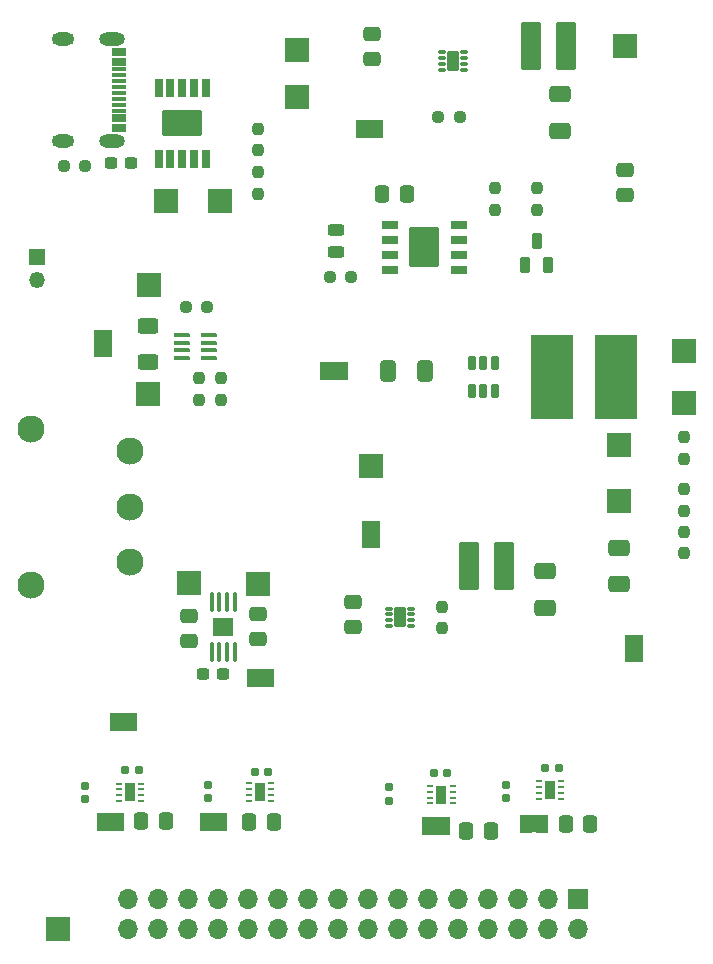
<source format=gbr>
%TF.GenerationSoftware,KiCad,Pcbnew,9.0.0*%
%TF.CreationDate,2025-03-27T21:26:44+02:00*%
%TF.ProjectId,EEE3088F Project,45454533-3038-4384-9620-50726f6a6563,rev?*%
%TF.SameCoordinates,Original*%
%TF.FileFunction,Soldermask,Top*%
%TF.FilePolarity,Negative*%
%FSLAX46Y46*%
G04 Gerber Fmt 4.6, Leading zero omitted, Abs format (unit mm)*
G04 Created by KiCad (PCBNEW 9.0.0) date 2025-03-27 21:26:44*
%MOMM*%
%LPD*%
G01*
G04 APERTURE LIST*
G04 Aperture macros list*
%AMRoundRect*
0 Rectangle with rounded corners*
0 $1 Rounding radius*
0 $2 $3 $4 $5 $6 $7 $8 $9 X,Y pos of 4 corners*
0 Add a 4 corners polygon primitive as box body*
4,1,4,$2,$3,$4,$5,$6,$7,$8,$9,$2,$3,0*
0 Add four circle primitives for the rounded corners*
1,1,$1+$1,$2,$3*
1,1,$1+$1,$4,$5*
1,1,$1+$1,$6,$7*
1,1,$1+$1,$8,$9*
0 Add four rect primitives between the rounded corners*
20,1,$1+$1,$2,$3,$4,$5,0*
20,1,$1+$1,$4,$5,$6,$7,0*
20,1,$1+$1,$6,$7,$8,$9,0*
20,1,$1+$1,$8,$9,$2,$3,0*%
G04 Aperture macros list end*
%ADD10O,2.201600X1.101600*%
%ADD11O,1.901600X1.101600*%
%ADD12RoundRect,0.050800X-0.575000X0.300000X-0.575000X-0.300000X0.575000X-0.300000X0.575000X0.300000X0*%
%ADD13RoundRect,0.050800X-0.575000X0.150000X-0.575000X-0.150000X0.575000X-0.150000X0.575000X0.150000X0*%
%ADD14RoundRect,0.100000X-0.562500X-0.100000X0.562500X-0.100000X0.562500X0.100000X-0.562500X0.100000X0*%
%ADD15RoundRect,0.050800X-0.350000X0.625000X-0.350000X-0.625000X0.350000X-0.625000X0.350000X0.625000X0*%
%ADD16RoundRect,0.237500X-0.237500X0.250000X-0.237500X-0.250000X0.237500X-0.250000X0.237500X0.250000X0*%
%ADD17R,1.500000X1.000000*%
%ADD18O,0.364000X1.662000*%
%ADD19R,1.800000X1.500000*%
%ADD20RoundRect,0.250000X0.475000X-0.337500X0.475000X0.337500X-0.475000X0.337500X-0.475000X-0.337500X0*%
%ADD21RoundRect,0.250000X-0.412500X-0.650000X0.412500X-0.650000X0.412500X0.650000X-0.412500X0.650000X0*%
%ADD22RoundRect,0.250000X-0.475000X0.337500X-0.475000X-0.337500X0.475000X-0.337500X0.475000X0.337500X0*%
%ADD23RoundRect,0.250000X0.337500X0.475000X-0.337500X0.475000X-0.337500X-0.475000X0.337500X-0.475000X0*%
%ADD24RoundRect,0.250000X0.650000X-0.412500X0.650000X0.412500X-0.650000X0.412500X-0.650000X-0.412500X0*%
%ADD25R,2.000000X2.000000*%
%ADD26RoundRect,0.050000X-0.260500X-0.125000X0.260500X-0.125000X0.260500X0.125000X-0.260500X0.125000X0*%
%ADD27RoundRect,0.050000X-0.450000X-0.800000X0.450000X-0.800000X0.450000X0.800000X-0.450000X0.800000X0*%
%ADD28RoundRect,0.250000X-0.337500X-0.475000X0.337500X-0.475000X0.337500X0.475000X-0.337500X0.475000X0*%
%ADD29R,1.000000X1.500000*%
%ADD30RoundRect,0.155000X-0.212500X-0.155000X0.212500X-0.155000X0.212500X0.155000X-0.212500X0.155000X0*%
%ADD31RoundRect,0.237500X0.237500X-0.250000X0.237500X0.250000X-0.237500X0.250000X-0.237500X-0.250000X0*%
%ADD32RoundRect,0.062500X-0.187500X-0.062500X0.187500X-0.062500X0.187500X0.062500X-0.187500X0.062500X0*%
%ADD33R,0.900000X1.600000*%
%ADD34RoundRect,0.250000X0.625000X-0.400000X0.625000X0.400000X-0.625000X0.400000X-0.625000X-0.400000X0*%
%ADD35RoundRect,0.050800X-0.800000X-1.950000X0.800000X-1.950000X0.800000X1.950000X-0.800000X1.950000X0*%
%ADD36R,1.350000X1.350000*%
%ADD37O,1.350000X1.350000*%
%ADD38C,2.300000*%
%ADD39RoundRect,0.237500X0.250000X0.237500X-0.250000X0.237500X-0.250000X-0.237500X0.250000X-0.237500X0*%
%ADD40RoundRect,0.250000X-0.650000X0.412500X-0.650000X-0.412500X0.650000X-0.412500X0.650000X0.412500X0*%
%ADD41RoundRect,0.050000X0.300000X-0.750000X0.300000X0.750000X-0.300000X0.750000X-0.300000X-0.750000X0*%
%ADD42RoundRect,0.050000X1.650000X1.050000X-1.650000X1.050000X-1.650000X-1.050000X1.650000X-1.050000X0*%
%ADD43RoundRect,0.050800X0.266000X0.536000X-0.266000X0.536000X-0.266000X-0.536000X0.266000X-0.536000X0*%
%ADD44RoundRect,0.050800X-1.000000X1.000000X-1.000000X-1.000000X1.000000X-1.000000X1.000000X1.000000X0*%
%ADD45RoundRect,0.050800X-1.750000X-3.500000X1.750000X-3.500000X1.750000X3.500000X-1.750000X3.500000X0*%
%ADD46RoundRect,0.050800X0.600000X-0.300000X0.600000X0.300000X-0.600000X0.300000X-0.600000X-0.300000X0*%
%ADD47RoundRect,0.050800X-1.200000X1.650000X-1.200000X-1.650000X1.200000X-1.650000X1.200000X1.650000X0*%
%ADD48RoundRect,0.243750X0.456250X-0.243750X0.456250X0.243750X-0.456250X0.243750X-0.456250X-0.243750X0*%
%ADD49RoundRect,0.155000X-0.155000X0.212500X-0.155000X-0.212500X0.155000X-0.212500X0.155000X0.212500X0*%
%ADD50RoundRect,0.237500X0.300000X0.237500X-0.300000X0.237500X-0.300000X-0.237500X0.300000X-0.237500X0*%
%ADD51RoundRect,0.237500X-0.250000X-0.237500X0.250000X-0.237500X0.250000X0.237500X-0.250000X0.237500X0*%
%ADD52R,1.700000X1.700000*%
%ADD53O,1.700000X1.700000*%
G04 APERTURE END LIST*
%TO.C,CurrSenseJP1*%
G36*
X156050000Y-72300000D02*
G01*
X157550000Y-72300000D01*
X157550000Y-72000000D01*
X156050000Y-72000000D01*
X156050000Y-72300000D01*
G37*
%TO.C,ExtLoadJP1*%
G36*
X170300000Y-101250000D02*
G01*
X170000000Y-101250000D01*
X170000000Y-99750000D01*
X170300000Y-99750000D01*
X170300000Y-101250000D01*
G37*
%TO.C,BCM3_JP1*%
G36*
X166000000Y-111950000D02*
G01*
X166300000Y-111950000D01*
X166300000Y-113450000D01*
X166000000Y-113450000D01*
X166000000Y-111950000D01*
G37*
%TO.C,JP10*%
G36*
X193150000Y-112050000D02*
G01*
X193450000Y-112050000D01*
X193450000Y-113550000D01*
X193150000Y-113550000D01*
X193150000Y-112050000D01*
G37*
%TO.C,JP11*%
G36*
X157300000Y-111950000D02*
G01*
X157600000Y-111950000D01*
X157600000Y-113450000D01*
X157300000Y-113450000D01*
X157300000Y-111950000D01*
G37*
%TO.C,JP7*%
G36*
X202500000Y-97850000D02*
G01*
X201000000Y-97850000D01*
X201000000Y-98150000D01*
X202500000Y-98150000D01*
X202500000Y-97850000D01*
G37*
%TO.C,JP4*%
G36*
X179200000Y-53250000D02*
G01*
X179500000Y-53250000D01*
X179500000Y-54750000D01*
X179200000Y-54750000D01*
X179200000Y-53250000D01*
G37*
%TO.C,JP8*%
G36*
X184850000Y-112250000D02*
G01*
X185150000Y-112250000D01*
X185150000Y-113750000D01*
X184850000Y-113750000D01*
X184850000Y-112250000D01*
G37*
%TO.C,JP5*%
G36*
X176500000Y-75250000D02*
G01*
X176200000Y-75250000D01*
X176200000Y-73750000D01*
X176500000Y-73750000D01*
X176500000Y-75250000D01*
G37*
%TO.C,MPwrJP1*%
G36*
X158400000Y-103450000D02*
G01*
X158700000Y-103450000D01*
X158700000Y-104950000D01*
X158400000Y-104950000D01*
X158400000Y-103450000D01*
G37*
%TO.C,JP6*%
G36*
X178750000Y-88500000D02*
G01*
X180250000Y-88500000D01*
X180250000Y-88200000D01*
X178750000Y-88200000D01*
X178750000Y-88500000D01*
G37*
%TD*%
D10*
%TO.C,USB1*%
X157582150Y-46380000D03*
X157582150Y-55020000D03*
D11*
X153432250Y-46380000D03*
X153432250Y-55020000D03*
D12*
X158157250Y-47499900D03*
X158157250Y-48300000D03*
D13*
X158157250Y-49450100D03*
X158157250Y-50450100D03*
X158157250Y-50949900D03*
X158157250Y-51949900D03*
D12*
X158157250Y-53899900D03*
X158157250Y-53100000D03*
D13*
X158157250Y-52450100D03*
X158157250Y-51450100D03*
X158157250Y-49949900D03*
X158157250Y-48949900D03*
%TD*%
D14*
%TO.C,CurrentSensor1*%
X163462500Y-71425000D03*
X163462500Y-72075000D03*
X163462500Y-72725000D03*
X163462500Y-73375000D03*
X165737500Y-73375000D03*
X165737500Y-72725000D03*
X165737500Y-72075000D03*
X165737500Y-71425000D03*
%TD*%
D15*
%TO.C,Q2*%
X192550000Y-65500000D03*
X194450000Y-65500000D03*
X193500000Y-63500000D03*
%TD*%
D16*
%TO.C,R8*%
X206000000Y-84500000D03*
X206000000Y-86325000D03*
%TD*%
D17*
%TO.C,CurrSenseJP1*%
X156800000Y-72800000D03*
X156800000Y-71500000D03*
%TD*%
D18*
%TO.C,ExtLoadSw_IC1*%
X166000000Y-98300000D03*
X166650000Y-98300000D03*
X167300000Y-98300000D03*
X167950000Y-98300000D03*
X167950000Y-94038000D03*
X167300000Y-94038000D03*
X166650000Y-94038000D03*
X166000000Y-94038000D03*
D19*
X166975000Y-96169000D03*
%TD*%
D20*
%TO.C,C3*%
X179537500Y-48037500D03*
X179537500Y-45962500D03*
%TD*%
D21*
%TO.C,C16*%
X180937500Y-74500000D03*
X184062500Y-74500000D03*
%TD*%
D22*
%TO.C,C17*%
X164100000Y-95262500D03*
X164100000Y-97337500D03*
%TD*%
D23*
%TO.C,M1BulkC1*%
X162100000Y-112600000D03*
X160025000Y-112600000D03*
%TD*%
D16*
%TO.C,R2*%
X193500000Y-59000000D03*
X193500000Y-60825000D03*
%TD*%
D24*
%TO.C,C4*%
X195500000Y-54125000D03*
X195500000Y-51000000D03*
%TD*%
D25*
%TO.C,TP3*%
X173250000Y-47300000D03*
%TD*%
D26*
%TO.C,9Vto5V_IC1*%
X185500000Y-47500000D03*
X185500000Y-48000200D03*
X185500000Y-48500000D03*
X185500000Y-49000200D03*
X187400000Y-49000200D03*
X187400000Y-48500000D03*
X187400000Y-48000200D03*
X187400000Y-47500000D03*
D27*
X186450000Y-48250100D03*
%TD*%
D28*
%TO.C,M4BulkC1*%
X187562500Y-113400000D03*
X189637500Y-113400000D03*
%TD*%
D29*
%TO.C,ExtLoadJP1*%
X170800000Y-100500000D03*
X169500000Y-100500000D03*
%TD*%
D16*
%TO.C,R10*%
X206000000Y-88087500D03*
X206000000Y-89912500D03*
%TD*%
D30*
%TO.C,C7*%
X194232500Y-108132500D03*
X195367500Y-108132500D03*
%TD*%
D31*
%TO.C,R13*%
X164900000Y-76925000D03*
X164900000Y-75100000D03*
%TD*%
D25*
%TO.C,TP7*%
X166699900Y-60100100D03*
%TD*%
D32*
%TO.C,M3Control1*%
X169149000Y-109400000D03*
X169149000Y-109900000D03*
X169149000Y-110400000D03*
X169149000Y-110900000D03*
X171049000Y-110900000D03*
X171049000Y-110400000D03*
X171049000Y-109900000D03*
X171049000Y-109400000D03*
D33*
X170099000Y-110150000D03*
%TD*%
D29*
%TO.C,BCM3_JP1*%
X165500000Y-112700000D03*
X166800000Y-112700000D03*
%TD*%
D25*
%TO.C,OvCurF2*%
X169900000Y-92500000D03*
%TD*%
%TO.C,TP9*%
X200500000Y-80750000D03*
%TD*%
D23*
%TO.C,C2*%
X182500000Y-59500000D03*
X180425000Y-59500000D03*
%TD*%
D29*
%TO.C,JP10*%
X192650000Y-112800000D03*
X193950000Y-112800000D03*
%TD*%
D34*
%TO.C,RSense1*%
X160600000Y-73750000D03*
X160600000Y-70650000D03*
%TD*%
D35*
%TO.C,L4*%
X193000000Y-47000000D03*
X196000200Y-47000000D03*
%TD*%
D36*
%TO.C,J2*%
X151200000Y-64800000D03*
D37*
X151200000Y-66800000D03*
%TD*%
D25*
%TO.C,UnusedPinTP1*%
X153000000Y-121750000D03*
%TD*%
D16*
%TO.C,R7*%
X185500000Y-94437500D03*
X185500000Y-96262500D03*
%TD*%
D23*
%TO.C,M3BulkC1*%
X171237500Y-112700000D03*
X169162500Y-112700000D03*
%TD*%
D38*
%TO.C,SWPwr1*%
X159063500Y-90700000D03*
X159063500Y-86000000D03*
X159063500Y-81300000D03*
X150663500Y-79400000D03*
X150663500Y-92600000D03*
%TD*%
D29*
%TO.C,JP11*%
X156800000Y-112700000D03*
X158100000Y-112700000D03*
%TD*%
D17*
%TO.C,JP7*%
X201750000Y-97350000D03*
X201750000Y-98650000D03*
%TD*%
D25*
%TO.C,TP1*%
X201000000Y-47000000D03*
%TD*%
D39*
%TO.C,R_set1*%
X155300000Y-57100000D03*
X153475000Y-57100000D03*
%TD*%
D25*
%TO.C,RSenseTP+1*%
X160700000Y-67200000D03*
%TD*%
D40*
%TO.C,5VRegC1*%
X200500000Y-89437500D03*
X200500000Y-92562500D03*
%TD*%
D25*
%TO.C,TP6*%
X162099900Y-60100100D03*
%TD*%
D41*
%TO.C,USB-C_IC1*%
X161500000Y-56500200D03*
X162500000Y-56500200D03*
X163500000Y-56500200D03*
X164500000Y-56500200D03*
X165500000Y-56500200D03*
X165500000Y-50500200D03*
X164500000Y-50500000D03*
X163500000Y-50500000D03*
X162500000Y-50500000D03*
X161500000Y-50500200D03*
D42*
X163500000Y-53500000D03*
%TD*%
D43*
%TO.C,5VReg_IC1*%
X189950000Y-73850900D03*
X189000000Y-73850900D03*
X188050000Y-73850900D03*
X188050000Y-76149100D03*
X189000000Y-76149100D03*
X189950000Y-76149100D03*
%TD*%
D28*
%TO.C,M2BulkC1*%
X195962500Y-112800000D03*
X198037500Y-112800000D03*
%TD*%
D44*
%TO.C,D1*%
X206000000Y-77199900D03*
X206000000Y-72800100D03*
%TD*%
D25*
%TO.C,TP8*%
X200500000Y-85500000D03*
%TD*%
D32*
%TO.C,M1Control1*%
X158150000Y-109417500D03*
X158150000Y-109917500D03*
X158150000Y-110417500D03*
X158150000Y-110917500D03*
X160050000Y-110917500D03*
X160050000Y-110417500D03*
X160050000Y-109917500D03*
X160050000Y-109417500D03*
D33*
X159100000Y-110167500D03*
%TD*%
D45*
%TO.C,5VRegInd1*%
X194800000Y-75000000D03*
X200200000Y-75000000D03*
%TD*%
D39*
%TO.C,R11*%
X165625000Y-69100000D03*
X163800000Y-69100000D03*
%TD*%
D30*
%TO.C,C11*%
X184800000Y-108500000D03*
X185935000Y-108500000D03*
%TD*%
%TO.C,C9*%
X169632500Y-108400000D03*
X170767500Y-108400000D03*
%TD*%
D46*
%TO.C,BattCharge_IC1*%
X186908300Y-65905000D03*
X186908300Y-64635000D03*
X186908300Y-63365000D03*
X186908300Y-62095000D03*
X181091700Y-62095000D03*
X181091700Y-63365000D03*
X181091700Y-64635000D03*
X181091700Y-65905000D03*
D47*
X184000000Y-64000000D03*
%TD*%
D16*
%TO.C,R3*%
X190000000Y-59000000D03*
X190000000Y-60825000D03*
%TD*%
D25*
%TO.C,TP2*%
X173250000Y-51250000D03*
%TD*%
D48*
%TO.C,D2*%
X176500000Y-64437500D03*
X176500000Y-62562500D03*
%TD*%
D22*
%TO.C,C14*%
X178000000Y-94062500D03*
X178000000Y-96137500D03*
%TD*%
D31*
%TO.C,R6*%
X169900000Y-59500000D03*
X169900000Y-57675000D03*
%TD*%
D49*
%TO.C,C10*%
X165700000Y-109532500D03*
X165700000Y-110667500D03*
%TD*%
D50*
%TO.C,C15*%
X166962500Y-100100000D03*
X165237500Y-100100000D03*
%TD*%
D29*
%TO.C,JP4*%
X178700000Y-54000000D03*
X180000000Y-54000000D03*
%TD*%
D35*
%TO.C,3V3RegInd1*%
X187749800Y-91000000D03*
X190750000Y-91000000D03*
%TD*%
D32*
%TO.C,M2Control1*%
X193700000Y-109200000D03*
X193700000Y-109700000D03*
X193700000Y-110200000D03*
X193700000Y-110700000D03*
X195600000Y-110700000D03*
X195600000Y-110200000D03*
X195600000Y-109700000D03*
X195600000Y-109200000D03*
D33*
X194650000Y-109950000D03*
%TD*%
D26*
%TO.C,3V3Reg_IC1*%
X181000000Y-94599800D03*
X181000000Y-95100000D03*
X181000000Y-95599800D03*
X181000000Y-96100000D03*
X182900000Y-96100000D03*
X182900000Y-95599800D03*
X182900000Y-95100000D03*
X182900000Y-94599800D03*
D27*
X181950000Y-95349900D03*
%TD*%
D29*
%TO.C,JP8*%
X184350000Y-113000000D03*
X185650000Y-113000000D03*
%TD*%
D51*
%TO.C,R4*%
X185175000Y-53000000D03*
X187000000Y-53000000D03*
%TD*%
D22*
%TO.C,C1*%
X201000000Y-57500000D03*
X201000000Y-59575000D03*
%TD*%
D25*
%TO.C,RSenseTP-1*%
X160600000Y-76400000D03*
%TD*%
D29*
%TO.C,JP5*%
X177000000Y-74500000D03*
X175700000Y-74500000D03*
%TD*%
D51*
%TO.C,R1*%
X176000000Y-66500000D03*
X177825000Y-66500000D03*
%TD*%
D25*
%TO.C,OvCurF1*%
X164100000Y-92400000D03*
%TD*%
D29*
%TO.C,MPwrJP1*%
X157900000Y-104200000D03*
X159200000Y-104200000D03*
%TD*%
D49*
%TO.C,C12*%
X181000000Y-109732500D03*
X181000000Y-110867500D03*
%TD*%
%TO.C,C5*%
X155300000Y-109600000D03*
X155300000Y-110735000D03*
%TD*%
D20*
%TO.C,C18*%
X169900000Y-97137500D03*
X169900000Y-95062500D03*
%TD*%
D16*
%TO.C,R9*%
X206000000Y-80087500D03*
X206000000Y-81912500D03*
%TD*%
D32*
%TO.C,M4Control1*%
X184500000Y-109600000D03*
X184500000Y-110100000D03*
X184500000Y-110600000D03*
X184500000Y-111100000D03*
X186400000Y-111100000D03*
X186400000Y-110600000D03*
X186400000Y-110100000D03*
X186400000Y-109600000D03*
D33*
X185450000Y-110350000D03*
%TD*%
D49*
%TO.C,C8*%
X190900000Y-109532500D03*
X190900000Y-110667500D03*
%TD*%
D25*
%TO.C,5VOutTest_TP*%
X179500000Y-82500000D03*
%TD*%
D16*
%TO.C,R5*%
X169900000Y-53987500D03*
X169900000Y-55812500D03*
%TD*%
D40*
%TO.C,3V3RegC1*%
X194250000Y-91437500D03*
X194250000Y-94562500D03*
%TD*%
D16*
%TO.C,R12*%
X166800000Y-75087500D03*
X166800000Y-76912500D03*
%TD*%
D17*
%TO.C,JP6*%
X179500000Y-89000000D03*
X179500000Y-87700000D03*
%TD*%
D30*
%TO.C,C6*%
X158700000Y-108267500D03*
X159835000Y-108267500D03*
%TD*%
D50*
%TO.C,C13*%
X159162500Y-56900000D03*
X157437500Y-56900000D03*
%TD*%
D52*
%TO.C,J1*%
X197040000Y-119200000D03*
D53*
X197040000Y-121740000D03*
X194500000Y-119200000D03*
X194500000Y-121740000D03*
X191960000Y-119200000D03*
X191960000Y-121740000D03*
X189420000Y-119200000D03*
X189420000Y-121740000D03*
X186880000Y-119200000D03*
X186880000Y-121740000D03*
X184340000Y-119200000D03*
X184340000Y-121740000D03*
X181800000Y-119200000D03*
X181800000Y-121740000D03*
X179260000Y-119200000D03*
X179260000Y-121740000D03*
X176720000Y-119200000D03*
X176720000Y-121740000D03*
X174180000Y-119200000D03*
X174180000Y-121740000D03*
X171640000Y-119200000D03*
X171640000Y-121740000D03*
X169100000Y-119200000D03*
X169100000Y-121740000D03*
X166560000Y-119200000D03*
X166560000Y-121740000D03*
X164020000Y-119200000D03*
X164020000Y-121740000D03*
X161480000Y-119200000D03*
X161480000Y-121740000D03*
X158940000Y-119200000D03*
X158940000Y-121740000D03*
%TD*%
M02*

</source>
